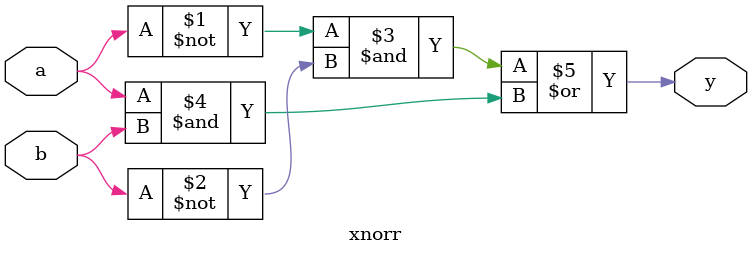
<source format=v>
`timescale 1ns / 1ps


module xnorr(input a,b, output y);
assign y = (~a&~b)|(a&b);
endmodule

</source>
